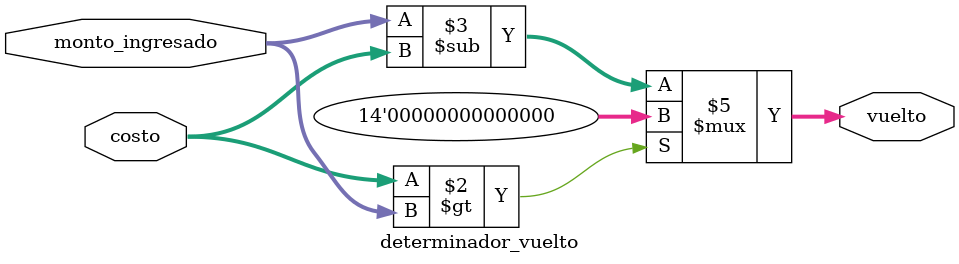
<source format=v>
`timescale 1ns / 1ps


module determinador_vuelto(
    input [13:0] monto_ingresado,
    input [13:0] costo,
    output reg [13:0] vuelto
    );
    
always @(*)
begin
if (costo > monto_ingresado)
    vuelto = 0;
else 
    vuelto = monto_ingresado - costo;
end




endmodule

</source>
